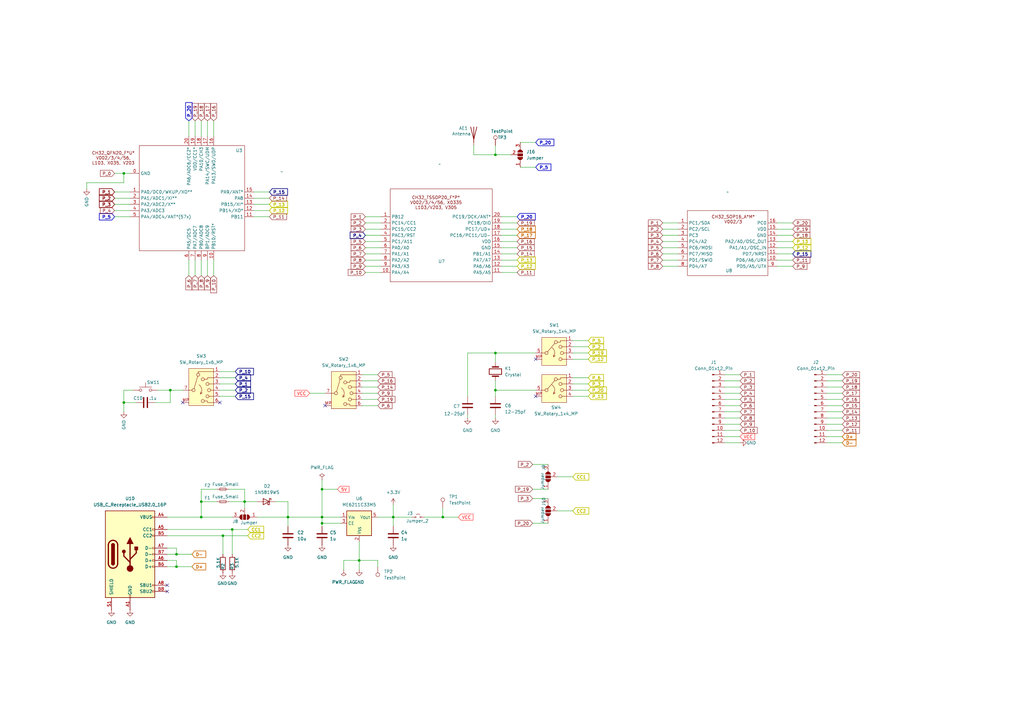
<source format=kicad_sch>
(kicad_sch (version 20250114) (generator "eeschema") (generator_version "9.0")
  (paper "A3")
  (junction (at 50.8 71.12))
  (junction (at 161.29 212.09))
  (junction (at 203.2 144.78))
  (junction (at 132.08 214.63))
  (junction (at 118.11 212.09))
  (junction (at 82.55 212.09))
  (junction (at 91.44 219.71))
  (junction (at 95.25 217.17))
  (junction (at 132.08 200.66))
  (junction (at 203.2 160.02))
  (junction (at 69.85 160.02))
  (junction (at 181.61 212.09))
  (junction (at 72.39 232.41))
  (junction (at 203.2 63.5))
  (junction (at 82.55 205.74))
  (junction (at 132.08 212.09))
  (junction (at 147.32 229.87))
  (junction (at 72.39 227.33))
  (junction (at 50.8 165.1))
  (junction (at 100.33 205.74))
  (no_connect (at 68.58 240.03))
  (no_connect (at 219.71 147.32))
  (no_connect (at 90.17 165.1))
  (no_connect (at 68.58 242.57))
  (no_connect (at 133.35 166.37))
  (no_connect (at 219.71 162.56))
  (no_connect (at 74.93 165.1))
  (wire (pts (xy 339.09 179.07) (xy 345.44 179.07)))
  (wire (pts (xy 35.56 74.93) (xy 50.8 74.93)))
  (wire (pts (xy 147.32 229.87) (xy 147.32 233.68)))
  (wire (pts (xy 325.12 109.22) (xy 318.77 109.22)))
  (wire (pts (xy 104.14 86.36) (xy 110.49 86.36)))
  (wire (pts (xy 50.8 160.02) (xy 54.61 160.02)))
  (wire (pts (xy 104.14 78.74) (xy 110.49 78.74)))
  (wire (pts (xy 77.47 113.03) (xy 77.47 106.68)))
  (wire (pts (xy 271.78 99.06) (xy 278.13 99.06)))
  (wire (pts (xy 181.61 208.28) (xy 181.61 212.09)))
  (wire (pts (xy 203.2 144.78) (xy 203.2 148.59)))
  (wire (pts (xy 213.36 68.58) (xy 219.71 68.58)))
  (wire (pts (xy 219.71 160.02) (xy 203.2 160.02)))
  (wire (pts (xy 132.08 212.09) (xy 139.7 212.09)))
  (wire (pts (xy 96.52 152.4) (xy 90.17 152.4)))
  (wire (pts (xy 53.34 86.36) (xy 46.99 86.36)))
  (wire (pts (xy 345.44 168.91) (xy 339.09 168.91)))
  (wire (pts (xy 203.2 59.69) (xy 203.2 63.5)))
  (wire (pts (xy 72.39 227.33) (xy 72.39 224.79)))
  (wire (pts (xy 219.71 144.78) (xy 203.2 144.78)))
  (wire (pts (xy 297.18 179.07) (xy 303.53 179.07)))
  (wire (pts (xy 241.3 144.78) (xy 234.95 144.78)))
  (wire (pts (xy 132.08 196.85) (xy 132.08 200.66)))
  (wire (pts (xy 53.34 78.74) (xy 46.99 78.74)))
  (wire (pts (xy 303.53 168.91) (xy 297.18 168.91)))
  (wire (pts (xy 271.78 93.98) (xy 278.13 93.98)))
  (wire (pts (xy 234.95 139.7) (xy 241.3 139.7)))
  (wire (pts (xy 90.17 162.56) (xy 96.52 162.56)))
  (wire (pts (xy 91.44 219.71) (xy 101.6 219.71)))
  (wire (pts (xy 87.63 113.03) (xy 87.63 106.68)))
  (wire (pts (xy 203.2 63.5) (xy 209.55 63.5)))
  (wire (pts (xy 181.61 212.09) (xy 187.96 212.09)))
  (wire (pts (xy 218.44 200.66) (xy 224.79 200.66)))
  (wire (pts (xy 148.59 156.21) (xy 154.94 156.21)))
  (wire (pts (xy 303.53 158.75) (xy 297.18 158.75)))
  (wire (pts (xy 345.44 176.53) (xy 339.09 176.53)))
  (wire (pts (xy 154.94 161.29) (xy 148.59 161.29)))
  (wire (pts (xy 69.85 160.02) (xy 69.85 165.1)))
  (wire (pts (xy 149.86 99.06) (xy 156.21 99.06)))
  (wire (pts (xy 218.44 190.5) (xy 224.79 190.5)))
  (wire (pts (xy 161.29 207.01) (xy 161.29 212.09)))
  (wire (pts (xy 149.86 91.44) (xy 156.21 91.44)))
  (wire (pts (xy 77.47 55.88) (xy 77.47 49.53)))
  (wire (pts (xy 191.77 170.18) (xy 191.77 171.45)))
  (wire (pts (xy 68.58 229.87) (xy 72.39 229.87)))
  (wire (pts (xy 104.14 88.9) (xy 110.49 88.9)))
  (wire (pts (xy 154.94 229.87) (xy 147.32 229.87)))
  (wire (pts (xy 241.3 160.02) (xy 234.95 160.02)))
  (wire (pts (xy 303.53 181.61) (xy 297.18 181.61)))
  (wire (pts (xy 82.55 205.74) (xy 88.9 205.74)))
  (wire (pts (xy 318.77 101.6) (xy 325.12 101.6)))
  (wire (pts (xy 50.8 71.12) (xy 53.34 71.12)))
  (wire (pts (xy 168.91 212.09) (xy 161.29 212.09)))
  (wire (pts (xy 234.95 154.94) (xy 241.3 154.94)))
  (wire (pts (xy 149.86 111.76) (xy 156.21 111.76)))
  (wire (pts (xy 303.53 153.67) (xy 297.18 153.67)))
  (wire (pts (xy 271.78 104.14) (xy 278.13 104.14)))
  (wire (pts (xy 100.33 205.74) (xy 100.33 208.28)))
  (wire (pts (xy 90.17 157.48) (xy 96.52 157.48)))
  (wire (pts (xy 218.44 204.47) (xy 224.79 204.47)))
  (wire (pts (xy 68.58 227.33) (xy 72.39 227.33)))
  (wire (pts (xy 318.77 96.52) (xy 325.12 96.52)))
  (wire (pts (xy 72.39 227.33) (xy 78.74 227.33)))
  (wire (pts (xy 205.74 111.76) (xy 212.09 111.76)))
  (wire (pts (xy 95.25 212.09) (xy 82.55 212.09)))
  (wire (pts (xy 50.8 165.1) (xy 55.88 165.1)))
  (wire (pts (xy 203.2 160.02) (xy 203.2 162.56)))
  (wire (pts (xy 140.97 229.87) (xy 140.97 233.68)))
  (wire (pts (xy 149.86 104.14) (xy 156.21 104.14)))
  (wire (pts (xy 53.34 83.82) (xy 46.99 83.82)))
  (wire (pts (xy 148.59 158.75) (xy 154.94 158.75)))
  (wire (pts (xy 68.58 217.17) (xy 95.25 217.17)))
  (wire (pts (xy 303.53 161.29) (xy 297.18 161.29)))
  (wire (pts (xy 113.03 205.74) (xy 118.11 205.74)))
  (wire (pts (xy 218.44 214.63) (xy 224.79 214.63)))
  (wire (pts (xy 46.99 71.12) (xy 50.8 71.12)))
  (wire (pts (xy 80.01 55.88) (xy 80.01 49.53)))
  (wire (pts (xy 241.3 162.56) (xy 234.95 162.56)))
  (wire (pts (xy 64.77 160.02) (xy 69.85 160.02)))
  (wire (pts (xy 241.3 147.32) (xy 234.95 147.32)))
  (wire (pts (xy 345.44 158.75) (xy 339.09 158.75)))
  (wire (pts (xy 154.94 153.67) (xy 148.59 153.67)))
  (wire (pts (xy 318.77 106.68) (xy 325.12 106.68)))
  (wire (pts (xy 154.94 232.41) (xy 154.94 229.87)))
  (wire (pts (xy 105.41 212.09) (xy 118.11 212.09)))
  (wire (pts (xy 118.11 215.9) (xy 118.11 212.09)))
  (wire (pts (xy 303.53 156.21) (xy 297.18 156.21)))
  (wire (pts (xy 203.2 156.21) (xy 203.2 160.02)))
  (wire (pts (xy 35.56 74.93) (xy 35.56 77.47)))
  (wire (pts (xy 194.31 63.5) (xy 194.31 59.69)))
  (wire (pts (xy 50.8 74.93) (xy 50.8 71.12)))
  (wire (pts (xy 93.98 205.74) (xy 100.33 205.74)))
  (wire (pts (xy 318.77 99.06) (xy 325.12 99.06)))
  (wire (pts (xy 213.36 58.42) (xy 219.71 58.42)))
  (wire (pts (xy 72.39 232.41) (xy 78.74 232.41)))
  (wire (pts (xy 132.08 214.63) (xy 139.7 214.63)))
  (wire (pts (xy 53.34 88.9) (xy 46.99 88.9)))
  (wire (pts (xy 318.77 104.14) (xy 325.12 104.14)))
  (wire (pts (xy 82.55 212.09) (xy 82.55 205.74)))
  (wire (pts (xy 345.44 153.67) (xy 339.09 153.67)))
  (wire (pts (xy 203.2 170.18) (xy 203.2 171.45)))
  (wire (pts (xy 95.25 217.17) (xy 95.25 227.33)))
  (wire (pts (xy 303.53 166.37) (xy 297.18 166.37)))
  (wire (pts (xy 118.11 205.74) (xy 118.11 212.09)))
  (wire (pts (xy 149.86 101.6) (xy 156.21 101.6)))
  (wire (pts (xy 68.58 224.79) (xy 72.39 224.79)))
  (wire (pts (xy 205.74 104.14) (xy 212.09 104.14)))
  (wire (pts (xy 228.6 209.55) (xy 234.95 209.55)))
  (wire (pts (xy 104.14 83.82) (xy 110.49 83.82)))
  (wire (pts (xy 68.58 219.71) (xy 91.44 219.71)))
  (wire (pts (xy 205.74 93.98) (xy 212.09 93.98)))
  (wire (pts (xy 271.78 109.22) (xy 278.13 109.22)))
  (wire (pts (xy 318.77 93.98) (xy 325.12 93.98)))
  (wire (pts (xy 271.78 106.68) (xy 278.13 106.68)))
  (wire (pts (xy 191.77 162.56) (xy 191.77 144.78)))
  (wire (pts (xy 50.8 160.02) (xy 50.8 165.1)))
  (wire (pts (xy 271.78 101.6) (xy 278.13 101.6)))
  (wire (pts (xy 205.74 99.06) (xy 212.09 99.06)))
  (wire (pts (xy 132.08 215.9) (xy 132.08 214.63)))
  (wire (pts (xy 50.8 168.91) (xy 50.8 165.1)))
  (wire (pts (xy 149.86 88.9) (xy 156.21 88.9)))
  (wire (pts (xy 104.14 81.28) (xy 110.49 81.28)))
  (wire (pts (xy 140.97 229.87) (xy 147.32 229.87)))
  (wire (pts (xy 149.86 93.98) (xy 156.21 93.98)))
  (wire (pts (xy 241.3 157.48) (xy 234.95 157.48)))
  (wire (pts (xy 82.55 55.88) (xy 82.55 49.53)))
  (wire (pts (xy 271.78 91.44) (xy 278.13 91.44)))
  (wire (pts (xy 95.25 217.17) (xy 101.6 217.17)))
  (wire (pts (xy 72.39 232.41) (xy 72.39 229.87)))
  (wire (pts (xy 74.93 160.02) (xy 69.85 160.02)))
  (wire (pts (xy 191.77 144.78) (xy 203.2 144.78)))
  (wire (pts (xy 161.29 212.09) (xy 161.29 215.9)))
  (wire (pts (xy 205.74 88.9) (xy 212.09 88.9)))
  (wire (pts (xy 132.08 214.63) (xy 132.08 212.09)))
  (wire (pts (xy 68.58 212.09) (xy 82.55 212.09)))
  (wire (pts (xy 154.94 212.09) (xy 161.29 212.09)))
  (wire (pts (xy 82.55 200.66) (xy 82.55 205.74)))
  (wire (pts (xy 149.86 109.22) (xy 156.21 109.22)))
  (wire (pts (xy 205.74 106.68) (xy 212.09 106.68)))
  (wire (pts (xy 205.74 91.44) (xy 212.09 91.44)))
  (wire (pts (xy 82.55 113.03) (xy 82.55 106.68)))
  (wire (pts (xy 90.17 154.94) (xy 96.52 154.94)))
  (wire (pts (xy 345.44 163.83) (xy 339.09 163.83)))
  (wire (pts (xy 303.53 163.83) (xy 297.18 163.83)))
  (wire (pts (xy 345.44 161.29) (xy 339.09 161.29)))
  (wire (pts (xy 173.99 212.09) (xy 181.61 212.09)))
  (wire (pts (xy 345.44 166.37) (xy 339.09 166.37)))
  (wire (pts (xy 85.09 113.03) (xy 85.09 106.68)))
  (wire (pts (xy 100.33 200.66) (xy 100.33 205.74)))
  (wire (pts (xy 318.77 91.44) (xy 325.12 91.44)))
  (wire (pts (xy 147.32 222.25) (xy 147.32 229.87)))
  (wire (pts (xy 118.11 212.09) (xy 132.08 212.09)))
  (wire (pts (xy 205.74 96.52) (xy 212.09 96.52)))
  (wire (pts (xy 339.09 181.61) (xy 345.44 181.61)))
  (wire (pts (xy 96.52 160.02) (xy 90.17 160.02)))
  (wire (pts (xy 271.78 96.52) (xy 278.13 96.52)))
  (wire (pts (xy 303.53 173.99) (xy 297.18 173.99)))
  (wire (pts (xy 87.63 55.88) (xy 87.63 49.53)))
  (wire (pts (xy 205.74 109.22) (xy 212.09 109.22)))
  (wire (pts (xy 345.44 173.99) (xy 339.09 173.99)))
  (wire (pts (xy 228.6 195.58) (xy 234.95 195.58)))
  (wire (pts (xy 53.34 81.28) (xy 46.99 81.28)))
  (wire (pts (xy 148.59 163.83) (xy 154.94 163.83)))
  (wire (pts (xy 91.44 219.71) (xy 91.44 227.33)))
  (wire (pts (xy 85.09 55.88) (xy 85.09 49.53)))
  (wire (pts (xy 149.86 106.68) (xy 156.21 106.68)))
  (wire (pts (xy 138.43 200.66) (xy 132.08 200.66)))
  (wire (pts (xy 149.86 96.52) (xy 156.21 96.52)))
  (wire (pts (xy 88.9 200.66) (xy 82.55 200.66)))
  (wire (pts (xy 133.35 161.29) (xy 127 161.29)))
  (wire (pts (xy 205.74 101.6) (xy 212.09 101.6)))
  (wire (pts (xy 303.53 176.53) (xy 297.18 176.53)))
  (wire (pts (xy 148.59 166.37) (xy 154.94 166.37)))
  (wire (pts (xy 93.98 200.66) (xy 100.33 200.66)))
  (wire (pts (xy 80.01 113.03) (xy 80.01 106.68)))
  (wire (pts (xy 100.33 205.74) (xy 105.41 205.74)))
  (wire (pts (xy 63.5 165.1) (xy 69.85 165.1)))
  (wire (pts (xy 132.08 200.66) (xy 132.08 212.09)))
  (wire (pts (xy 194.31 63.5) (xy 203.2 63.5)))
  (wire (pts (xy 241.3 142.24) (xy 234.95 142.24)))
  (wire (pts (xy 345.44 156.21) (xy 339.09 156.21)))
  (wire (pts (xy 68.58 232.41) (xy 72.39 232.41)))
  (wire (pts (xy 303.53 171.45) (xy 297.18 171.45)))
  (wire (pts (xy 345.44 171.45) (xy 339.09 171.45)))
  (global_label "P_13" (shape input) (at 345.44 171.45 0) (property "Intersheetrefs" "${INTERSHEET_REFS}" (effects (hide yes))))
  (global_label "P_4" (shape input) (at 96.52 154.94 0) (effects (font (thickness 0.254) (bold yes))) (property "Intersheetrefs" "${INTERSHEET_REFS}" (effects (hide yes))))
  (global_label "CC2" (shape input) (at 101.6 219.71 0) (effects (font (thickness 0.254) (bold yes))) (property "Intersheetrefs" "${INTERSHEET_REFS}" (effects (hide yes))))
  (global_label "P_9" (shape input) (at 85.09 113.03 270) (effects (font (thickness 0.1588))) (property "Intersheetrefs" "${INTERSHEET_REFS}" (effects (hide yes))))
  (global_label "P_13" (shape input) (at 241.3 162.56 0) (effects (font (thickness 0.254) (bold yes))) (property "Intersheetrefs" "${INTERSHEET_REFS}" (effects (hide yes))))
  (global_label "P_19" (shape input) (at 154.94 163.83 0) (effects (font (thickness 0.1588))) (property "Intersheetrefs" "${INTERSHEET_REFS}" (effects (hide yes))))
  (global_label "P_3" (shape input) (at 46.99 83.82 180) (effects (font (thickness 0.254) (bold yes))) (property "Intersheetrefs" "${INTERSHEET_REFS}" (effects (hide yes))))
  (global_label "P_13" (shape input) (at 212.09 106.68 0) (effects (font (thickness 0.254) (bold yes))) (property "Intersheetrefs" "${INTERSHEET_REFS}" (effects (hide yes))))
  (global_label "P_9" (shape input) (at 154.94 161.29 0) (effects (font (thickness 0.1588))) (property "Intersheetrefs" "${INTERSHEET_REFS}" (effects (hide yes))))
  (global_label "P_4" (shape input) (at 303.53 161.29 0) (property "Intersheetrefs" "${INTERSHEET_REFS}" (effects (hide yes))))
  (global_label "P_8" (shape input) (at 303.53 171.45 0) (property "Intersheetrefs" "${INTERSHEET_REFS}" (effects (hide yes))))
  (global_label "P_12" (shape input) (at 241.3 147.32 0) (effects (font (thickness 0.254) (bold yes))) (property "Intersheetrefs" "${INTERSHEET_REFS}" (effects (hide yes))))
  (global_label "P_5" (shape input) (at 303.53 163.83 0) (property "Intersheetrefs" "${INTERSHEET_REFS}" (effects (hide yes))))
  (global_label "P_12" (shape input) (at 110.49 86.36 0) (effects (font (thickness 0.254) (bold yes))) (property "Intersheetrefs" "${INTERSHEET_REFS}" (effects (hide yes))))
  (global_label "D-" (shape input) (at 345.44 181.61 0) (effects (font (thickness 0.254) (bold yes))) (property "Intersheetrefs" "${INTERSHEET_REFS}" (effects (hide yes))))
  (global_label "P_18" (shape input) (at 345.44 158.75 0) (property "Intersheetrefs" "${INTERSHEET_REFS}" (effects (hide yes))))
  (global_label "P_16" (shape input) (at 154.94 156.21 0) (effects (font (thickness 0.1588))) (property "Intersheetrefs" "${INTERSHEET_REFS}" (effects (hide yes))))
  (global_label "P_13" (shape input) (at 110.49 83.82 0) (effects (font (thickness 0.254) (bold yes))) (property "Intersheetrefs" "${INTERSHEET_REFS}" (effects (hide yes))))
  (global_label "P_20" (shape input) (at 241.3 160.02 0) (effects (font (thickness 0.254) (bold yes))) (property "Intersheetrefs" "${INTERSHEET_REFS}" (effects (hide yes))))
  (global_label "P_5" (shape input) (at 46.99 88.9 180) (effects (font (thickness 0.254) (bold yes))) (property "Intersheetrefs" "${INTERSHEET_REFS}" (effects (hide yes))))
  (global_label "P_9" (shape input) (at 303.53 173.99 0) (property "Intersheetrefs" "${INTERSHEET_REFS}" (effects (hide yes))))
  (global_label "P_20" (shape input) (at 212.09 88.9 0) (effects (font (thickness 0.254) (bold yes))) (property "Intersheetrefs" "${INTERSHEET_REFS}" (effects (hide yes))))
  (global_label "P_20" (shape input) (at 218.44 214.63 180) (effects (font (thickness 0.1588))) (property "Intersheetrefs" "${INTERSHEET_REFS}" (effects (hide yes))))
  (global_label "P_5" (shape input) (at 154.94 153.67 0) (effects (font (thickness 0.1588))) (property "Intersheetrefs" "${INTERSHEET_REFS}" (effects (hide yes))))
  (global_label "CC1" (shape input) (at 234.95 195.58 0) (effects (font (thickness 0.254) (bold yes))) (property "Intersheetrefs" "${INTERSHEET_REFS}" (effects (hide yes))))
  (global_label "P_4" (shape input) (at 149.86 96.52 180) (effects (font (thickness 0.254) (bold yes))) (property "Intersheetrefs" "${INTERSHEET_REFS}" (effects (hide yes))))
  (global_label "P_16" (shape input) (at 87.63 49.53 90) (effects (font (thickness 0.1588))) (property "Intersheetrefs" "${INTERSHEET_REFS}" (effects (hide yes))))
  (global_label "P_5" (shape input) (at 271.78 101.6 180) (effects (font (thickness 0.1588))) (property "Intersheetrefs" "${INTERSHEET_REFS}" (effects (hide yes))))
  (global_label "P_10" (shape input) (at 149.86 111.76 180) (effects (font (thickness 0.1588))) (property "Intersheetrefs" "${INTERSHEET_REFS}" (effects (hide yes))))
  (global_label "P_1" (shape input) (at 46.99 78.74 180) (effects (font (thickness 0.254) (bold yes))) (property "Intersheetrefs" "${INTERSHEET_REFS}" (effects (hide yes))))
  (global_label "P_20" (shape input) (at 345.44 153.67 0) (property "Intersheetrefs" "${INTERSHEET_REFS}" (effects (hide yes))))
  (global_label "P_4" (shape input) (at 46.99 86.36 180) (effects (font (thickness 0.1588))) (property "Intersheetrefs" "${INTERSHEET_REFS}" (effects (hide yes))))
  (global_label "P_2" (shape input) (at 241.3 142.24 0) (effects (font (thickness 0.254) (bold yes))) (property "Intersheetrefs" "${INTERSHEET_REFS}" (effects (hide yes))))
  (global_label "P_1" (shape input) (at 149.86 88.9 180) (effects (font (thickness 0.1588))) (property "Intersheetrefs" "${INTERSHEET_REFS}" (effects (hide yes))))
  (global_label "P_16" (shape input) (at 212.09 99.06 0) (effects (font (thickness 0.1588))) (property "Intersheetrefs" "${INTERSHEET_REFS}" (effects (hide yes))))
  (global_label "P_5" (shape input) (at 241.3 139.7 0) (effects (font (thickness 0.254) (bold yes))) (property "Intersheetrefs" "${INTERSHEET_REFS}" (effects (hide yes))))
  (global_label "P_2" (shape input) (at 218.44 190.5 180) (effects (font (thickness 0.1588))) (property "Intersheetrefs" "${INTERSHEET_REFS}" (effects (hide yes))))
  (global_label "P_17" (shape input) (at 212.09 96.52 0) (effects (font (thickness 0.254) (bold yes))) (property "Intersheetrefs" "${INTERSHEET_REFS}" (effects (hide yes))))
  (global_label "P_10" (shape input) (at 87.63 113.03 270) (effects (font (thickness 0.1588))) (property "Intersheetrefs" "${INTERSHEET_REFS}" (effects (hide yes))))
  (global_label "P_3" (shape input) (at 271.78 96.52 180) (effects (font (thickness 0.1588))) (property "Intersheetrefs" "${INTERSHEET_REFS}" (effects (hide yes))))
  (global_label "P_7" (shape input) (at 271.78 106.68 180) (effects (font (thickness 0.1588))) (property "Intersheetrefs" "${INTERSHEET_REFS}" (effects (hide yes))))
  (global_label "P_20" (shape input) (at 219.71 58.42 0) (effects (font (thickness 0.254) (bold yes))) (property "Intersheetrefs" "${INTERSHEET_REFS}" (effects (hide yes))))
  (global_label "P_14" (shape input) (at 110.49 81.28 0) (effects (font (thickness 0.1588))) (property "Intersheetrefs" "${INTERSHEET_REFS}" (effects (hide yes))))
  (global_label "P_15" (shape input) (at 96.52 162.56 0) (effects (font (thickness 0.254) (bold yes))) (property "Intersheetrefs" "${INTERSHEET_REFS}" (effects (hide yes))))
  (global_label "P_19" (shape input) (at 80.01 49.53 90) (effects (font (thickness 0.1588))) (property "Intersheetrefs" "${INTERSHEET_REFS}" (effects (hide yes))))
  (global_label "P_18" (shape input) (at 82.55 49.53 90) (effects (font (thickness 0.1588))) (property "Intersheetrefs" "${INTERSHEET_REFS}" (effects (hide yes))))
  (global_label "P_6" (shape input) (at 77.47 113.03 270) (effects (font (thickness 0.1588))) (property "Intersheetrefs" "${INTERSHEET_REFS}" (effects (hide yes))))
  (global_label "P_6" (shape input) (at 154.94 166.37 0) (effects (font (thickness 0.1588))) (property "Intersheetrefs" "${INTERSHEET_REFS}" (effects (hide yes))))
  (global_label "P_13" (shape input) (at 325.12 99.06 0) (effects (font (thickness 0.254) (bold yes))) (property "Intersheetrefs" "${INTERSHEET_REFS}" (effects (hide yes))))
  (global_label "P_14" (shape input) (at 154.94 158.75 0) (effects (font (thickness 0.1588))) (property "Intersheetrefs" "${INTERSHEET_REFS}" (effects (hide yes))))
  (global_label "P_6" (shape input) (at 271.78 104.14 180) (effects (font (thickness 0.1588))) (property "Intersheetrefs" "${INTERSHEET_REFS}" (effects (hide yes))))
  (global_label "P_6" (shape input) (at 241.3 154.94 0) (effects (font (thickness 0.254) (bold yes))) (property "Intersheetrefs" "${INTERSHEET_REFS}" (effects (hide yes))))
  (global_label "D+" (shape input) (at 78.74 232.41 0) (effects (font (thickness 0.254) (bold yes))) (property "Intersheetrefs" "${INTERSHEET_REFS}" (effects (hide yes))))
  (global_label "P_20" (shape input) (at 77.47 49.53 90) (effects (font (thickness 0.254) (bold yes))) (property "Intersheetrefs" "${INTERSHEET_REFS}" (effects (hide yes))))
  (global_label "P_20" (shape input) (at 325.12 91.44 0) (effects (font (thickness 0.1588))) (property "Intersheetrefs" "${INTERSHEET_REFS}" (effects (hide yes))))
  (global_label "P_19" (shape input) (at 325.12 93.98 0) (effects (font (thickness 0.1588))) (property "Intersheetrefs" "${INTERSHEET_REFS}" (effects (hide yes))))
  (global_label "VCC" (shape input) (at 187.96 212.09 0) (property "Intersheetrefs" "${INTERSHEET_REFS}" (effects (hide yes))))
  (global_label "P_12" (shape input) (at 325.12 101.6 0) (effects (font (thickness 0.254) (bold yes))) (property "Intersheetrefs" "${INTERSHEET_REFS}" (effects (hide yes))))
  (global_label "P_11" (shape input) (at 212.09 111.76 0) (effects (font (thickness 0.1588))) (property "Intersheetrefs" "${INTERSHEET_REFS}" (effects (hide yes))))
  (global_label "P_3" (shape input) (at 218.44 204.47 180) (effects (font (thickness 0.1588))) (property "Intersheetrefs" "${INTERSHEET_REFS}" (effects (hide yes))))
  (global_label "P_8" (shape input) (at 271.78 109.22 180) (effects (font (thickness 0.1588))) (property "Intersheetrefs" "${INTERSHEET_REFS}" (effects (hide yes))))
  (global_label "P_14" (shape input) (at 345.44 168.91 0) (property "Intersheetrefs" "${INTERSHEET_REFS}" (effects (hide yes))))
  (global_label "P_1" (shape input) (at 303.53 153.67 0) (property "Intersheetrefs" "${INTERSHEET_REFS}" (effects (hide yes))))
  (global_label "P_19" (shape input) (at 218.44 200.66 180) (effects (font (thickness 0.1588))) (property "Intersheetrefs" "${INTERSHEET_REFS}" (effects (hide yes))))
  (global_label "P_18" (shape input) (at 325.12 96.52 0) (effects (font (thickness 0.1588))) (property "Intersheetrefs" "${INTERSHEET_REFS}" (effects (hide yes))))
  (global_label "5V" (shape input) (at 138.43 200.66 0) (property "Intersheetrefs" "${INTERSHEET_REFS}" (effects (hide yes))))
  (global_label "P_9" (shape input) (at 325.12 109.22 0) (effects (font (thickness 0.1588))) (property "Intersheetrefs" "${INTERSHEET_REFS}" (effects (hide yes))))
  (global_label "P_8" (shape input) (at 82.55 113.03 270) (effects (font (thickness 0.1588))) (property "Intersheetrefs" "${INTERSHEET_REFS}" (effects (hide yes))))
  (global_label "P_11" (shape input) (at 345.44 176.53 0) (property "Intersheetrefs" "${INTERSHEET_REFS}" (effects (hide yes))))
  (global_label "P_10" (shape input) (at 96.52 152.4 0) (effects (font (thickness 0.254) (bold yes))) (property "Intersheetrefs" "${INTERSHEET_REFS}" (effects (hide yes))))
  (global_label "P_11" (shape input) (at 325.12 106.68 0) (effects (font (thickness 0.1588))) (property "Intersheetrefs" "${INTERSHEET_REFS}" (effects (hide yes))))
  (global_label "P_2" (shape input) (at 303.53 156.21 0) (property "Intersheetrefs" "${INTERSHEET_REFS}" (effects (hide yes))))
  (global_label "P_2" (shape input) (at 46.99 81.28 180) (effects (font (thickness 0.254) (bold yes))) (property "Intersheetrefs" "${INTERSHEET_REFS}" (effects (hide yes))))
  (global_label "P_19" (shape input) (at 241.3 144.78 0) (effects (font (thickness 0.254) (bold yes))) (property "Intersheetrefs" "${INTERSHEET_REFS}" (effects (hide yes))))
  (global_label "P_15" (shape input) (at 212.09 101.6 0) (effects (font (thickness 0.1588))) (property "Intersheetrefs" "${INTERSHEET_REFS}" (effects (hide yes))))
  (global_label "P_11" (shape input) (at 110.49 88.9 0) (effects (font (thickness 0.1588))) (property "Intersheetrefs" "${INTERSHEET_REFS}" (effects (hide yes))))
  (global_label "CC1" (shape input) (at 101.6 217.17 0) (effects (font (thickness 0.254) (bold yes))) (property "Intersheetrefs" "${INTERSHEET_REFS}" (effects (hide yes))))
  (global_label "P_7" (shape input) (at 80.01 113.03 270) (effects (font (thickness 0.1588))) (property "Intersheetrefs" "${INTERSHEET_REFS}" (effects (hide yes))))
  (global_label "P_8" (shape input) (at 149.86 106.68 180) (effects (font (thickness 0.1588))) (property "Intersheetrefs" "${INTERSHEET_REFS}" (effects (hide yes))))
  (global_label "P_6" (shape input) (at 303.53 166.37 0) (property "Intersheetrefs" "${INTERSHEET_REFS}" (effects (hide yes))))
  (global_label "P_16" (shape input) (at 345.44 163.83 0) (property "Intersheetrefs" "${INTERSHEET_REFS}" (effects (hide yes))))
  (global_label "P_15" (shape input) (at 345.44 166.37 0) (property "Intersheetrefs" "${INTERSHEET_REFS}" (effects (hide yes))))
  (global_label "VCC" (shape input) (at 303.53 179.07 0) (property "Intersheetrefs" "${INTERSHEET_REFS}" (effects (hide yes))))
  (global_label "P_2" (shape input) (at 149.86 91.44 180) (effects (font (thickness 0.1588))) (property "Intersheetrefs" "${INTERSHEET_REFS}" (effects (hide yes))))
  (global_label "P_1" (shape input) (at 96.52 157.48 0) (effects (font (thickness 0.254) (bold yes))) (property "Intersheetrefs" "${INTERSHEET_REFS}" (effects (hide yes))))
  (global_label "P_19" (shape input) (at 345.44 156.21 0) (effects (font (thickness 0.1588))) (property "Intersheetrefs" "${INTERSHEET_REFS}" (effects (hide yes))))
  (global_label "P_14" (shape input) (at 212.09 104.14 0) (effects (font (thickness 0.1588))) (property "Intersheetrefs" "${INTERSHEET_REFS}" (effects (hide yes))))
  (global_label "P_19" (shape input) (at 212.09 91.44 0) (effects (font (thickness 0.1588))) (property "Intersheetrefs" "${INTERSHEET_REFS}" (effects (hide yes))))
  (global_label "P_18" (shape input) (at 212.09 93.98 0) (effects (font (thickness 0.254) (bold yes))) (property "Intersheetrefs" "${INTERSHEET_REFS}" (effects (hide yes))))
  (global_label "P_0" (shape input) (at 46.99 71.12 180) (property "Intersheetrefs" "${INTERSHEET_REFS}" (effects (hide yes))))
  (global_label "P_3" (shape input) (at 241.3 157.48 0) (effects (font (thickness 0.254) (bold yes))) (property "Intersheetrefs" "${INTERSHEET_REFS}" (effects (hide yes))))
  (global_label "P_4" (shape input) (at 271.78 99.06 180) (effects (font (thickness 0.1588))) (property "Intersheetrefs" "${INTERSHEET_REFS}" (effects (hide yes))))
  (global_label "P_2" (shape input) (at 96.52 160.02 0) (effects (font (thickness 0.254) (bold yes))) (property "Intersheetrefs" "${INTERSHEET_REFS}" (effects (hide yes))))
  (global_label "P_10" (shape input) (at 303.53 176.53 0) (property "Intersheetrefs" "${INTERSHEET_REFS}" (effects (hide yes))))
  (global_label "D+" (shape input) (at 345.44 179.07 0) (effects (font (thickness 0.254) (bold yes))) (property "Intersheetrefs" "${INTERSHEET_REFS}" (effects (hide yes))))
  (global_label "P_12" (shape input) (at 345.44 173.99 0) (property "Intersheetrefs" "${INTERSHEET_REFS}" (effects (hide yes))))
  (global_label "P_3" (shape input) (at 303.53 158.75 0) (property "Intersheetrefs" "${INTERSHEET_REFS}" (effects (hide yes))))
  (global_label "P_7" (shape input) (at 149.86 104.14 180) (effects (font (thickness 0.1588))) (property "Intersheetrefs" "${INTERSHEET_REFS}" (effects (hide yes))))
  (global_label "P_6" (shape input) (at 149.86 101.6 180) (effects (font (thickness 0.1588))) (property "Intersheetrefs" "${INTERSHEET_REFS}" (effects (hide yes))))
  (global_label "VCC" (shape input) (at 127 161.29 180) (property "Intersheetrefs" "${INTERSHEET_REFS}" (effects (hide yes))))
  (global_label "P_15" (shape input) (at 110.49 78.74 0) (effects (font (thickness 0.254) (bold yes))) (property "Intersheetrefs" "${INTERSHEET_REFS}" (effects (hide yes))))
  (global_label "P_5" (shape input) (at 219.71 68.58 0) (effects (font (thickness 0.254) (bold yes))) (property "Intersheetrefs" "${INTERSHEET_REFS}" (effects (hide yes))))
  (global_label "P_7" (shape input) (at 303.53 168.91 0) (property "Intersheetrefs" "${INTERSHEET_REFS}" (effects (hide yes))))
  (global_label "P_9" (shape input) (at 149.86 109.22 180) (effects (font (thickness 0.1588))) (property "Intersheetrefs" "${INTERSHEET_REFS}" (effects (hide yes))))
  (global_label "P_17" (shape input) (at 345.44 161.29 0) (property "Intersheetrefs" "${INTERSHEET_REFS}" (effects (hide yes))))
  (global_label "P_1" (shape input) (at 271.78 91.44 180) (effects (font (thickness 0.1588))) (property "Intersheetrefs" "${INTERSHEET_REFS}" (effects (hide yes))))
  (global_label "P_2" (shape input) (at 271.78 93.98 180) (effects (font (thickness 0.1588))) (property "Intersheetrefs" "${INTERSHEET_REFS}" (effects (hide yes))))
  (global_label "CC2" (shape input) (at 234.95 209.55 0) (effects (font (thickness 0.254) (bold yes))) (property "Intersheetrefs" "${INTERSHEET_REFS}" (effects (hide yes))))
  (global_label "P_15" (shape input) (at 325.12 104.14 0) (effects (font (thickness 0.254) (bold yes))) (property "Intersheetrefs" "${INTERSHEET_REFS}" (effects (hide yes))))
  (global_label "D-" (shape input) (at 78.74 227.33 0) (effects (font (thickness 0.254) (bold yes))) (property "Intersheetrefs" "${INTERSHEET_REFS}" (effects (hide yes))))
  (global_label "P_12" (shape input) (at 212.09 109.22 0) (effects (font (thickness 0.254) (bold yes))) (property "Intersheetrefs" "${INTERSHEET_REFS}" (effects (hide yes))))
  (global_label "P_17" (shape input) (at 85.09 49.53 90) (effects (font (thickness 0.1588))) (property "Intersheetrefs" "${INTERSHEET_REFS}" (effects (hide yes))))
  (global_label "P_5" (shape input) (at 149.86 99.06 180) (effects (font (thickness 0.1588))) (property "Intersheetrefs" "${INTERSHEET_REFS}" (effects (hide yes))))
  (global_label "P_3" (shape input) (at 149.86 93.98 180) (effects (font (thickness 0.1588))) (property "Intersheetrefs" "${INTERSHEET_REFS}" (effects (hide yes))))
  (symbol (lib_id "Device:Antenna") (at 194.31 54.61 0) (unit 1)
    (property "Reference" "AE1" (at 188.214 52.578 0) (effects (justify left)))
    (property "Value" "Antenna" (at 185.42 54.864 0) (effects (justify left)))
    (property "Footprint" "RF_Antenna:Texas_SWRA117D_2.4GHz_Right" (effects (hide yes)))
    (property "Description" "Antenna" (effects (hide yes)))
  )
  (symbol (lib_name "GND_1") (lib_id "power:GND") (at 147.32 233.68 0) (unit 1)
    (property "Reference" "#PWR010" (effects (hide yes)))
    (property "Value" "GND" (at 147.32 238.76 0))
    (property "Description" "Power symbol creates a global label with name \"GND\" , ground" (effects (hide yes)))
  )
  (symbol (lib_id "Jumper:SolderJumper_3_Open") (at 224.79 209.55 90) (unit 1) (in_bom no)
    (property "Reference" "J10" (at 223.012 205.74 0))
    (property "Value" "Jumper" (at 222.504 211.328 0))
    (property "Footprint" "IOT-Mess-Footprints:Jumper-3_P1.3mm_Open_RoundedPad1.0x1.5mm" (effects (hide yes)))
    (property "Description" "Solder Jumper, 3-pole, open" (effects (hide yes)))
  )
  (symbol (lib_id "Device:R") (at 91.44 231.14 0) (unit 1)
    (property "Reference" "R2" (at 91.44 233.68 90) (effects (justify left)))
    (property "Value" "5.1K" (at 89.535 233.045 90) (effects (justify left)))
    (property "Footprint" "Resistor_SMD:R_0603_1608Metric" (effects (hide yes)))
  )
  (symbol (lib_name "GND_1") (lib_id "power:GND") (at 203.2 171.45 0) (unit 1)
    (property "Reference" "#PWR021" (effects (hide yes)))
    (property "Value" "GND" (at 203.2 176.53 0))
    (property "Description" "Power symbol creates a global label with name \"GND\" , ground" (effects (hide yes)))
  )
  (symbol (lib_name "GND_1") (lib_id "power:GND") (at 50.8 168.91 0) (unit 1)
    (property "Reference" "#PWR044" (effects (hide yes)))
    (property "Value" "GND" (at 50.8 172.212 90) (effects (justify right)))
    (property "Description" "Power symbol creates a global label with name \"GND\" , ground" (effects (hide yes)))
  )
  (symbol (lib_id "Switch:SW_Rotary_1x4_MP") (at 227.33 144.78 0) (unit 1)
    (property "Reference" "SW1" (at 227.33 133.35 0))
    (property "Value" "SW_Rotary_1x4_MP" (at 227.33 135.89 0))
    (property "Footprint" "IOT-Mess-Footprints:Jumper4" (effects (hide yes)))
    (property "Description" "Rotary switch 1x4, SP4T with mount point" (effects (hide yes)))
  )
  (symbol (lib_id "Jumper:Jumper_2_Small_Open") (at 171.45 212.09 0) (unit 1)
    (property "Reference" "J3" (at 168.148 210.566 0))
    (property "Value" "Jumper_2" (at 171.196 213.614 0))
    (property "Footprint" "IOT-Mess-Footprints:Jumpper-triangle" (effects (hide yes)))
    (property "Description" "Jumper, 2-pole, small symbol, open" (effects (hide yes)))
  )
  (symbol (lib_id "IOT-Mess:CH32_SOP16_A*M*") (at 298.45 99.06 0) (unit 1)
    (property "Reference" "U8" (at 298.958 110.998 0))
    (property "Value" "~" (at 298.45 78.74 0))
    (property "Footprint" "Package_SO:SOP-16_3.9x9.9mm_P1.27mm" (effects (hide yes)))
  )
  (symbol (lib_id "Device:C") (at 118.11 219.71 0) (unit 1)
    (property "Reference" "C2" (at 121.92 218.44 0) (effects (justify left)))
    (property "Value" "10u" (at 121.92 220.98 0) (effects (justify left)))
    (property "Footprint" "Capacitor_SMD:C_0603_1608Metric" (effects (hide yes)))
  )
  (symbol (lib_id "Switch:SW_Rotary_1x6_MP") (at 140.97 161.29 0) (unit 1)
    (property "Reference" "SW2" (at 140.97 147.32 0))
    (property "Value" "SW_Rotary_1x6_MP" (at 140.97 149.86 0))
    (property "Footprint" "IOT-Mess-Footprints:Jumper8" (effects (hide yes)))
    (property "Description" "Rotary switch 1x6, SP6T with mount point" (effects (hide yes)))
  )
  (symbol (lib_name "GND_1") (lib_id "power:GND") (at 53.34 250.19 0) (unit 1)
    (property "Reference" "#PWR013" (effects (hide yes)))
    (property "Value" "GND" (at 53.34 255.27 0))
    (property "Description" "Power symbol creates a global label with name \"GND\" , ground" (effects (hide yes)))
  )
  (symbol (lib_id "Device:Fuse_Small") (at 91.44 200.66 0) (unit 1)
    (property "Reference" "F2" (at 85.09 199.136 0))
    (property "Value" "Fuse_Small" (at 92.456 198.628 0))
    (property "Footprint" "Fuse:Fuse_0805_2012Metric" (effects (hide yes)))
    (property "Description" "Fuse, small symbol" (effects (hide yes)))
  )
  (symbol (lib_id "Jumper:SolderJumper_3_Open") (at 100.33 212.09 180) (unit 1) (in_bom no)
    (property "Reference" "J8" (at 96.52 213.868 0))
    (property "Value" "Jumper" (at 102.108 214.376 0))
    (property "Footprint" "IOT-Mess-Footprints:Jumper-3_P1.3mm_Open_RoundedPad1.0x1.5mm" (effects (hide yes)))
    (property "Description" "Solder Jumper, 3-pole, open" (effects (hide yes)))
  )
  (symbol (lib_name "GND_1") (lib_id "power:GND") (at 95.25 234.95 0) (mirror y) (unit 1)
    (property "Reference" "#PWR016" (effects (hide yes)))
    (property "Value" "GND" (at 93.218 239.268 0) (effects (justify right)))
    (property "Description" "Power symbol creates a global label with name \"GND\" , ground" (effects (hide yes)))
  )
  (symbol (lib_id "Device:Crystal") (at 203.2 152.4 270) (unit 1)
    (property "Reference" "K1" (at 207.01 151.1299 90) (effects (justify left)))
    (property "Value" "Crystal" (at 207.01 153.6699 90) (effects (justify left)))
    (property "Footprint" "Crystal:Crystal_SMD_3225-4Pin_3.2x2.5mm" (effects (hide yes)))
    (property "Description" "Two pin crystal" (effects (hide yes)))
  )
  (symbol (lib_id "Jumper:SolderJumper_3_Open") (at 224.79 195.58 90) (unit 1) (in_bom no)
    (property "Reference" "J9" (at 223.012 191.77 0))
    (property "Value" "Jumper" (at 222.504 197.358 0))
    (property "Footprint" "IOT-Mess-Footprints:Jumper-3_P1.3mm_Open_RoundedPad1.0x1.5mm" (effects (hide yes)))
    (property "Description" "Solder Jumper, 3-pole, open" (effects (hide yes)))
  )
  (symbol (lib_id "IOT-Mess:CH32_TSSOP20_F*P*") (at 180.34 96.52 0) (unit 1)
    (property "Reference" "U7" (at 181.102 107.188 0))
    (property "Value" "~" (at 180.34 67.31 0))
    (property "Footprint" "Package_SO:TSSOP-20_4.4x6.5mm_P0.65mm" (effects (hide yes)))
  )
  (symbol (lib_id "Device:R") (at 95.25 231.14 0) (unit 1)
    (property "Reference" "R3" (at 95.25 233.68 90) (effects (justify left)))
    (property "Value" "5.1K" (at 97.155 233.045 90) (effects (justify left)))
    (property "Footprint" "Resistor_SMD:R_0603_1608Metric" (effects (hide yes)))
  )
  (symbol (lib_id "Regulator_Linear:ME6211C33M5") (at 147.32 214.63 0) (unit 1)
    (property "Reference" "U6" (at 147.32 204.47 0))
    (property "Value" "ME6211C33M5" (at 147.32 207.01 0))
    (property "Footprint" "Package_TO_SOT_SMD:SOT-23-5" (effects (hide yes)))
    (property "Datasheet" "https://www.lcsc.com/datasheet/lcsc_datasheet_2304140030_MICRONE-Nanjing-Micro-One-Elec-ME6211C33R5G_C235316.pdf" (effects (hide yes)))
    (property "Description" "500mA low dropout linear regulator, shutdown pin, 6.5V max input voltage, 3.3V fixed positive output, SOT-23-5" (effects (hide yes)))
  )
  (symbol (lib_id "Connector:TestPoint") (at 203.2 59.69 0) (mirror y) (unit 1)
    (property "Reference" "TP3" (at 207.772 56.388 0) (effects (justify left)))
    (property "Value" "TestPoint" (at 210.312 53.848 0) (effects (justify left)))
    (property "Description" "test point" (effects (hide yes)))
  )
  (symbol (lib_id "Connector:TestPoint") (at 181.61 208.28 0) (unit 1)
    (property "Reference" "TP1" (at 184.15 203.7079 0) (effects (justify left)))
    (property "Value" "TestPoint" (at 184.15 206.2479 0) (effects (justify left)))
    (property "Description" "test point" (effects (hide yes)))
  )
  (symbol (lib_id "Jumper:SolderJumper_3_Open") (at 213.36 63.5 270) (mirror x) (unit 1) (in_bom no)
    (property "Reference" "J16" (at 215.9 62.2299 90) (effects (justify left)))
    (property "Value" "Jumper" (at 215.9 64.7699 90) (effects (justify left)))
    (property "Footprint" "IOT-Mess-Footprints:Jumper-3_P1.3mm_Open_RoundedPad1.0x1.5mm" (effects (hide yes)))
    (property "Description" "Solder Jumper, 3-pole, open" (effects (hide yes)))
  )
  (symbol (lib_name "GND_1") (lib_id "power:GND") (at 35.56 77.47 0) (mirror y) (unit 1)
    (property "Reference" "#PWR045" (effects (hide yes)))
    (property "Value" "GND" (at 35.56 80.772 90) (effects (justify right)))
    (property "Description" "Power symbol creates a global label with name \"GND\" , ground" (effects (hide yes)))
  )
  (symbol (lib_id "power:PWR_FLAG") (at 132.08 196.85 0) (unit 1)
    (property "Reference" "#FLG05" (effects (hide yes)))
    (property "Value" "PWR_FLAG" (at 132.08 191.77 0))
    (property "Description" "Special symbol for telling ERC where power comes from" (effects (hide yes)))
  )
  (symbol (lib_id "power:PWR_FLAG") (at 140.97 233.68 180) (unit 1)
    (property "Reference" "#FLG04" (effects (hide yes)))
    (property "Value" "PWR_FLAG" (at 140.97 238.76 0))
    (property "Description" "Special symbol for telling ERC where power comes from" (effects (hide yes)))
  )
  (symbol (lib_name "GND_1") (lib_id "power:GND") (at 191.77 171.45 0) (unit 1)
    (property "Reference" "#PWR022" (effects (hide yes)))
    (property "Value" "GND" (at 191.77 176.53 0))
    (property "Description" "Power symbol creates a global label with name \"GND\" , ground" (effects (hide yes)))
  )
  (symbol (lib_name "GND_1") (lib_id "power:GND") (at 45.72 250.19 0) (unit 1)
    (property "Reference" "#PWR011" (effects (hide yes)))
    (property "Value" "GND" (at 45.72 255.27 0))
    (property "Description" "Power symbol creates a global label with name \"GND\" , ground" (effects (hide yes)))
  )
  (symbol (lib_id "Device:C") (at 132.08 219.71 0) (unit 1)
    (property "Reference" "C5" (at 135.255 218.44 0) (effects (justify left)))
    (property "Value" "1u" (at 135.255 220.98 0) (effects (justify left)))
    (property "Footprint" "Capacitor_SMD:C_0603_1608Metric" (effects (hide yes)))
  )
  (symbol (lib_id "Switch:SW_Rotary_1x6_MP") (at 82.55 160.02 0) (unit 1)
    (property "Reference" "SW3" (at 82.55 146.05 0))
    (property "Value" "SW_Rotary_1x6_MP" (at 82.55 148.59 0))
    (property "Footprint" "IOT-Mess-Footprints:Jumper8" (effects (hide yes)))
    (property "Description" "Rotary switch 1x6, SP6T with mount point" (effects (hide yes)))
  )
  (symbol (lib_id "power:+3.3V") (at 161.29 207.01 0) (unit 1)
    (property "Reference" "#PWR01" (effects (hide yes)))
    (property "Value" "+3.3V" (at 161.29 201.93 0))
    (property "Description" "Power symbol creates a global label with name \"+3.3V\"" (effects (hide yes)))
  )
  (symbol (lib_id "IOT-Mess:CH32_QFN20_F*U*") (at 80.01 81.28 0) (unit 1)
    (property "Reference" "U3" (at 98.044 61.722 0))
    (property "Value" "~" (at 115.57 70.4149 0))
    (property "Footprint" "Package_DFN_QFN:QFN-20-1EP_3x3mm_P0.4mm_EP1.65x1.65mm_ThermalVias" (effects (hide yes)))
  )
  (symbol (lib_id "Device:C") (at 203.2 166.37 0) (unit 1)
    (property "Reference" "C6" (at 207.01 166.37 0) (effects (justify left)))
    (property "Value" "12-25pF" (at 207.01 168.91 0) (effects (justify left)))
    (property "Footprint" "Capacitor_SMD:C_0603_1608Metric" (effects (hide yes)))
  )
  (symbol (lib_id "Connector:USB_C_Receptacle_USB2.0_16P") (at 53.34 227.33 0) (unit 1)
    (property "Reference" "U10" (at 53.34 204.47 0))
    (property "Value" "USB_C_Receptacle_USB2.0_16P" (at 53.34 207.01 0))
    (property "Footprint" "Connector_USB:USB_C_Receptacle_HRO_TYPE-C-31-M-12" (effects (hide yes)))
    (property "Datasheet" "https://www.usb.org/sites/default/files/documents/usb_type-c.zip" (effects (hide yes)))
    (property "Description" "USB 2.0-only 16P Type-C Receptacle connector" (effects (hide yes)))
  )
  (symbol (lib_name "GND_1") (lib_id "power:GND") (at 91.44 234.95 0) (unit 1)
    (property "Reference" "#PWR017" (effects (hide yes)))
    (property "Value" "GND" (at 93.218 239.268 0) (effects (justify right)))
    (property "Description" "Power symbol creates a global label with name \"GND\" , ground" (effects (hide yes)))
  )
  (symbol (lib_id "Device:C") (at 191.77 166.37 0) (unit 1)
    (property "Reference" "C7" (at 185.928 166.624 0) (effects (justify left)))
    (property "Value" "12-25pF" (at 182.118 169.672 0) (effects (justify left)))
    (property "Footprint" "Capacitor_SMD:C_0603_1608Metric" (effects (hide yes)))
  )
  (symbol (lib_id "Device:C") (at 161.29 219.71 0) (unit 1)
    (property "Reference" "C4" (at 164.465 218.44 0) (effects (justify left)))
    (property "Value" "1u" (at 164.465 220.98 0) (effects (justify left)))
    (property "Footprint" "Capacitor_SMD:C_0603_1608Metric" (effects (hide yes)))
  )
  (symbol (lib_id "Connector:TestPoint") (at 154.94 232.41 180) (unit 1)
    (property "Reference" "TP2" (at 157.48 234.4419 0) (effects (justify right)))
    (property "Value" "TestPoint" (at 157.48 236.9819 0) (effects (justify right)))
    (property "Description" "test point" (effects (hide yes)))
  )
  (symbol (lib_name "GND_1") (lib_id "power:GND") (at 161.29 223.52 0) (unit 1)
    (property "Reference" "#PWR015" (effects (hide yes)))
    (property "Value" "GND" (at 161.29 228.6 0))
    (property "Description" "Power symbol creates a global label with name \"GND\" , ground" (effects (hide yes)))
  )
  (symbol (lib_id "Connector:Conn_01x12_Pin") (at 292.1 166.37 0) (unit 1)
    (property "Reference" "J1" (at 292.735 148.59 0))
    (property "Value" "Conn_01x12_Pin" (at 292.735 151.13 0))
    (property "Footprint" "Connector_PinHeader_2.54mm:PinHeader_1x12_P2.54mm_Vertical" (effects (hide yes)))
    (property "Description" "Generic connector, single row, 01x12, script generated" (effects (hide yes)))
  )
  (symbol (lib_name "GND_1") (lib_id "power:GND") (at 132.08 223.52 0) (unit 1)
    (property "Reference" "#PWR018" (effects (hide yes)))
    (property "Value" "GND" (at 132.08 228.6 0))
    (property "Description" "Power symbol creates a global label with name \"GND\" , ground" (effects (hide yes)))
  )
  (symbol (lib_id "Switch:SW_Push") (at 59.69 160.02 0) (mirror y) (unit 1)
    (property "Reference" "SW11" (at 62.865 156.845 0))
    (property "Value" "SW_Push" (effects (hide yes)))
    (property "Footprint" "Button_Switch_SMD:SW_SPST_PTS810" (effects (hide yes)))
  )
  (symbol (lib_id "Device:Fuse_Small") (at 91.44 205.74 0) (unit 1)
    (property "Reference" "F1" (at 85.09 204.216 0))
    (property "Value" "Fuse_Small" (at 92.456 203.708 0))
    (property "Footprint" "Fuse:Fuse_0603_1608Metric" (effects (hide yes)))
    (property "Description" "Fuse, small symbol" (effects (hide yes)))
  )
  (symbol (lib_id "Device:C") (at 59.69 165.1 270) (unit 1)
    (property "Reference" "C10" (at 56.642 163.322 90))
    (property "Value" ".1u" (at 62.738 163.322 90))
    (property "Footprint" "Capacitor_SMD:C_0603_1608Metric" (effects (hide yes)))
  )
  (symbol (lib_id "Diode:1N5819WS") (at 109.22 205.74 0) (mirror y) (unit 1)
    (property "Reference" "D2" (at 109.5375 199.39 0))
    (property "Value" "1N5819WS" (at 109.5375 201.93 0))
    (property "Footprint" "Diode_SMD:D_SOD-323" (effects (hide yes)))
    (property "Datasheet" "https://datasheet.lcsc.com/lcsc/2204281430_Guangdong-Hottech-1N5819WS_C191023.pdf" (effects (hide yes)))
    (property "Description" "40V 600mV@1A 1A SOD-323 Schottky Barrier Diodes, SOD-323" (effects (hide yes)))
  )
  (symbol (lib_name "GND_1") (lib_id "power:GND") (at 303.53 181.61 90) (unit 1)
    (property "Reference" "#PWR023" (effects (hide yes)))
    (property "Value" "GND" (at 306.07 181.6099 90) (effects (justify right)))
    (property "Description" "Power symbol creates a global label with name \"GND\" , ground" (effects (hide yes)))
  )
  (symbol (lib_id "Switch:SW_Rotary_1x4_MP") (at 227.33 160.02 0) (unit 1)
    (property "Reference" "SW4" (at 228.092 167.132 0))
    (property "Value" "SW_Rotary_1x4_MP" (at 228.092 169.672 0))
    (property "Footprint" "IOT-Mess-Footprints:Jumper4" (effects (hide yes)))
    (property "Description" "Rotary switch 1x4, SP4T with mount point" (effects (hide yes)))
  )
  (symbol (lib_name "GND_1") (lib_id "power:GND") (at 118.11 223.52 0) (unit 1)
    (property "Reference" "#PWR014" (effects (hide yes)))
    (property "Value" "GND" (at 118.11 228.6 0))
    (property "Description" "Power symbol creates a global label with name \"GND\" , ground" (effects (hide yes)))
  )
  (symbol (lib_id "Connector:Conn_01x12_Pin") (at 334.01 166.37 0) (unit 1)
    (property "Reference" "J2" (at 334.645 148.59 0))
    (property "Value" "Conn_01x12_Pin" (at 334.645 151.13 0))
    (property "Footprint" "Connector_PinHeader_2.54mm:PinHeader_1x12_P2.54mm_Vertical" (effects (hide yes)))
    (property "Description" "Generic connector, single row, 01x12, script generated" (effects (hide yes)))
  )
)
</source>
